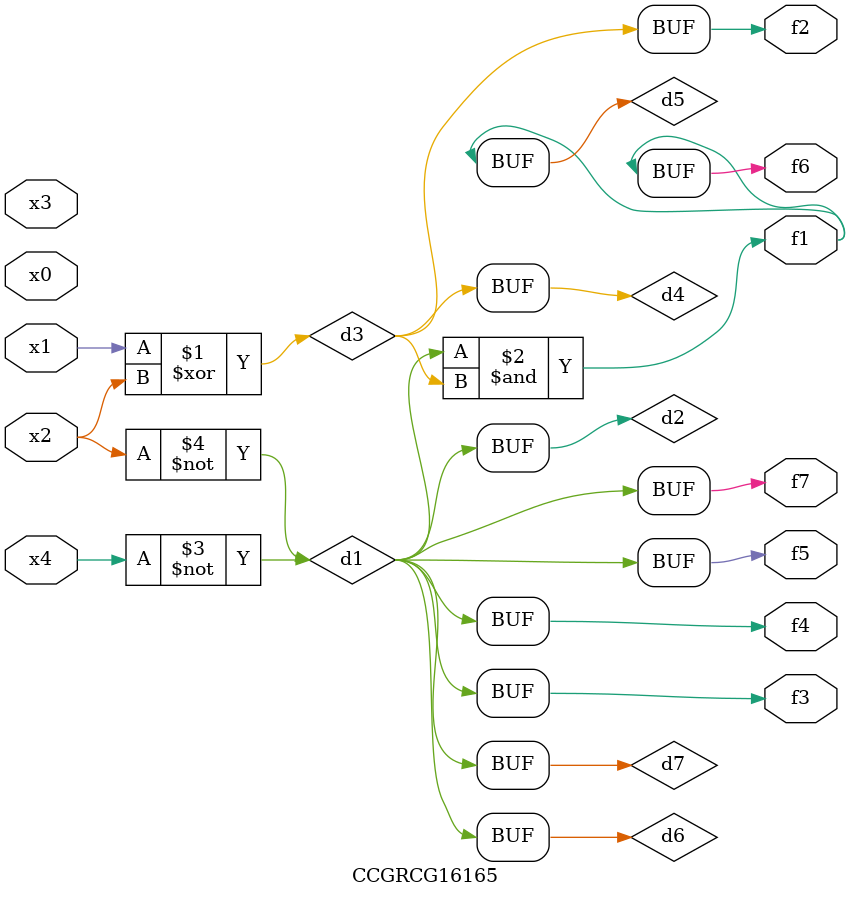
<source format=v>
module CCGRCG16165(
	input x0, x1, x2, x3, x4,
	output f1, f2, f3, f4, f5, f6, f7
);

	wire d1, d2, d3, d4, d5, d6, d7;

	not (d1, x4);
	not (d2, x2);
	xor (d3, x1, x2);
	buf (d4, d3);
	and (d5, d1, d3);
	buf (d6, d1, d2);
	buf (d7, d2);
	assign f1 = d5;
	assign f2 = d4;
	assign f3 = d7;
	assign f4 = d7;
	assign f5 = d7;
	assign f6 = d5;
	assign f7 = d7;
endmodule

</source>
